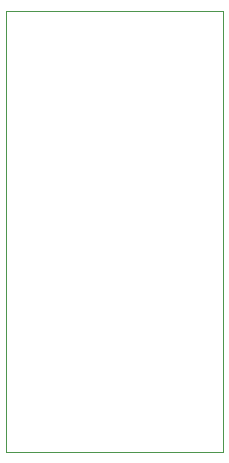
<source format=gbr>
G04 #@! TF.GenerationSoftware,KiCad,Pcbnew,5.1.5+dfsg1-2build2*
G04 #@! TF.CreationDate,2023-08-25T20:20:15+01:00*
G04 #@! TF.ProjectId,pico-sp0256,7069636f-2d73-4703-9032-35362e6b6963,rev?*
G04 #@! TF.SameCoordinates,Original*
G04 #@! TF.FileFunction,Profile,NP*
%FSLAX46Y46*%
G04 Gerber Fmt 4.6, Leading zero omitted, Abs format (unit mm)*
G04 Created by KiCad (PCBNEW 5.1.5+dfsg1-2build2) date 2023-08-25 20:20:15*
%MOMM*%
%LPD*%
G04 APERTURE LIST*
%ADD10C,0.050000*%
G04 APERTURE END LIST*
D10*
X72644000Y-67183000D02*
X91059000Y-67183000D01*
X72644000Y-104521000D02*
X72644000Y-67183000D01*
X91059000Y-104521000D02*
X72644000Y-104521000D01*
X91059000Y-67183000D02*
X91059000Y-104521000D01*
M02*

</source>
